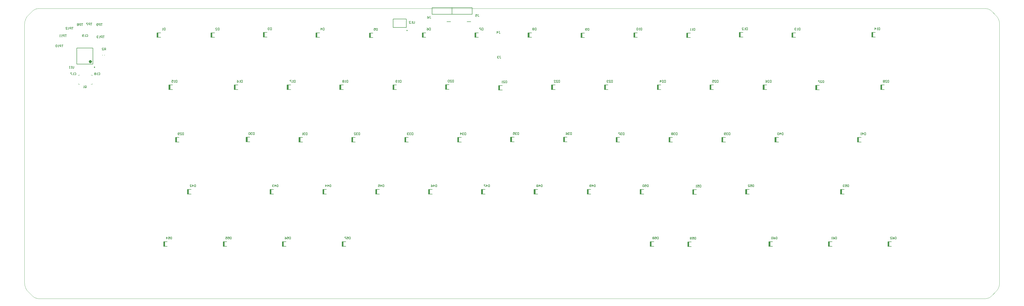
<source format=gbo>
G04 Layer_Color=13097436*
%FSLAX25Y25*%
%MOIN*%
G70*
G01*
G75*
%ADD36C,0.00394*%
%ADD55C,0.02362*%
%ADD56C,0.00984*%
%ADD60C,0.00787*%
%ADD61C,0.00591*%
%ADD63R,0.02165X0.06890*%
D36*
X226244Y822913D02*
X228311Y822913D01*
X226244Y822913D02*
X226244Y823996D01*
X244847Y822913D02*
X246913Y822913D01*
X246913Y823996D01*
X226244Y836496D02*
X228311Y836496D01*
X226244Y835413D02*
X226244Y836496D01*
X246913Y835413D02*
X246913Y836496D01*
X244847Y836496D02*
X246913Y836496D01*
X1597602Y912776D02*
X1597574Y913788D01*
X1597489Y914798D01*
X1597347Y915801D01*
X1597150Y916794D01*
X1596897Y917775D01*
X1596589Y918740D01*
X1596228Y919687D01*
X1595814Y920611D01*
X1595349Y921511D01*
X1594834Y922384D01*
X1594272Y923226D01*
X1593662Y924035D01*
X1593009Y924809D01*
X1592313Y925545D01*
X1586030Y931828D02*
X1585285Y932522D01*
X1584493Y933160D01*
X1583657Y933741D01*
X1582782Y934260D01*
X1581872Y934716D01*
X1580931Y935105D01*
X1579965Y935426D01*
X1578979Y935678D01*
X1577978Y935859D01*
X1576966Y935968D01*
X1575949Y936004D01*
X1592313Y513392D02*
X1593009Y514128D01*
X1593662Y514902D01*
X1594272Y515711D01*
X1594834Y516553D01*
X1595349Y517426D01*
X1595814Y518326D01*
X1596228Y519250D01*
X1596589Y520197D01*
X1596897Y521162D01*
X1597150Y522143D01*
X1597347Y523136D01*
X1597489Y524139D01*
X1597574Y525149D01*
X1597602Y526161D01*
X1575949Y502933D02*
X1576966Y502969D01*
X1577978Y503078D01*
X1578979Y503259D01*
X1579965Y503511D01*
X1580931Y503832D01*
X1581872Y504221D01*
X1582782Y504677D01*
X1583657Y505196D01*
X1584493Y505777D01*
X1585285Y506415D01*
X1586030Y507109D01*
X146028Y526161D02*
X146056Y525149D01*
X146141Y524139D01*
X146283Y523136D01*
X146480Y522143D01*
X146733Y521162D01*
X147041Y520197D01*
X147402Y519250D01*
X147816Y518326D01*
X148281Y517426D01*
X148796Y516553D01*
X149358Y515711D01*
X149968Y514902D01*
X150621Y514128D01*
X151317Y513392D01*
X157600Y507109D02*
X158345Y506415D01*
X159137Y505777D01*
X159973Y505196D01*
X160848Y504677D01*
X161758Y504221D01*
X162699Y503832D01*
X163664Y503511D01*
X164650Y503259D01*
X165652Y503078D01*
X166664Y502969D01*
X167681Y502933D01*
X167681Y936004D02*
X166664Y935968D01*
X165652Y935859D01*
X164650Y935678D01*
X163664Y935426D01*
X162699Y935105D01*
X161758Y934716D01*
X160848Y934260D01*
X159973Y933741D01*
X159137Y933160D01*
X158345Y932522D01*
X157600Y931828D01*
X151317Y925545D02*
X150621Y924809D01*
X149968Y924035D01*
X149358Y923226D01*
X148796Y922384D01*
X148281Y921511D01*
X147816Y920611D01*
X147402Y919687D01*
X147041Y918740D01*
X146733Y917775D01*
X146480Y916794D01*
X146283Y915801D01*
X146141Y914798D01*
X146056Y913788D01*
X146028Y912776D01*
X146028Y526161D02*
X146028Y912776D01*
X167681Y502933D02*
X1575949Y502933D01*
X1597602Y526161D02*
X1597602Y912776D01*
X167681Y936004D02*
X169256Y936004D01*
X1574374Y936004D01*
X1575949Y936004D01*
X1586030Y931828D02*
X1592313Y925545D01*
X1586030Y507109D02*
X1592313Y513392D01*
X151317Y513392D02*
X157600Y507109D01*
X151317Y925545D02*
X157600Y931828D01*
D55*
X245043Y856673D02*
X244599Y857597D01*
X243599Y857825D01*
X242798Y857186D01*
X242798Y856161D01*
X243599Y855522D01*
X244599Y855750D01*
X245043Y856673D01*
D56*
X716028Y903228D02*
X715289Y903654D01*
X715289Y902802D01*
X716028Y903228D01*
X250555Y848405D02*
X249817Y848832D01*
X249817Y847979D01*
X250555Y848405D01*
D60*
X694846Y907658D02*
X694846Y920256D01*
X714532Y907658D02*
X714532Y920256D01*
X694846Y920256D02*
X714532Y920256D01*
X694846Y907658D02*
X714532Y907658D01*
X265319Y866122D02*
X265319Y866516D01*
X262169Y866122D02*
X262169Y866516D01*
X223783Y852736D02*
X223783Y876752D01*
X247799Y852736D02*
X247799Y876752D01*
X223783Y876752D02*
X247799Y876752D01*
X223783Y852736D02*
X247799Y852736D01*
X804721Y916319D02*
X810627Y916319D01*
X782674Y927343D02*
X782674Y937185D01*
X812595Y937185D01*
X812595Y927343D02*
X812595Y937185D01*
X782674Y927343D02*
X812595Y927343D01*
X774768Y916319D02*
X780673Y916319D01*
X752720Y927343D02*
X752720Y937185D01*
X782642Y937185D01*
X782642Y927343D02*
X782642Y937185D01*
X752720Y927343D02*
X782642Y927343D01*
X343272Y892795D02*
X343272Y899685D01*
X348783Y899685D01*
X343272Y892795D02*
X348783Y892795D01*
X423587Y892795D02*
X423587Y899685D01*
X429098Y899685D01*
X423587Y892795D02*
X429098Y892795D01*
X501539Y893189D02*
X501539Y900079D01*
X507051Y900079D01*
X501539Y893189D02*
X507051Y893189D01*
X579886Y892795D02*
X579886Y899685D01*
X585398Y899685D01*
X579886Y892795D02*
X585398Y892795D01*
X659413Y892402D02*
X659413Y899291D01*
X664925Y899291D01*
X659413Y892402D02*
X664925Y892402D01*
X738154Y892795D02*
X738154Y899685D01*
X743665Y899685D01*
X738154Y892795D02*
X743665Y892795D01*
X816500Y892795D02*
X816500Y899685D01*
X822012Y899685D01*
X816500Y892795D02*
X822012Y892795D01*
X895634Y892795D02*
X895634Y899685D01*
X901146Y899685D01*
X895634Y892795D02*
X901146Y892795D01*
X974374Y892402D02*
X974374Y899291D01*
X979886Y899291D01*
X974374Y892402D02*
X979886Y892402D01*
X1053114Y892795D02*
X1053114Y899685D01*
X1058626Y899685D01*
X1053114Y892795D02*
X1058626Y892795D01*
X1131854Y892402D02*
X1131854Y899291D01*
X1137366Y899291D01*
X1131854Y892402D02*
X1137366Y892402D01*
X1210201Y893189D02*
X1210201Y900079D01*
X1215713Y900079D01*
X1210201Y893189D02*
X1215713Y893189D01*
X1288547Y892795D02*
X1288547Y899685D01*
X1294059Y899685D01*
X1288547Y892795D02*
X1294059Y892795D01*
X1407445Y893189D02*
X1407445Y900079D01*
X1412957Y900079D01*
X1407445Y893189D02*
X1412957Y893189D01*
X360988Y814843D02*
X360988Y821732D01*
X366500Y821732D01*
X360988Y814843D02*
X366500Y814843D01*
X458232Y814843D02*
X458232Y821732D01*
X463744Y821732D01*
X458232Y814843D02*
X463744Y814843D01*
X536972Y814843D02*
X536972Y821732D01*
X542484Y821732D01*
X536972Y814843D02*
X542484Y814843D01*
X615319Y814843D02*
X615319Y821732D01*
X620831Y821732D01*
X615319Y814843D02*
X620831Y814843D01*
X694453Y814843D02*
X694453Y821732D01*
X699965Y821732D01*
X694453Y814843D02*
X699965Y814843D01*
X772799Y815236D02*
X772799Y822126D01*
X778311Y822126D01*
X772799Y815236D02*
X778311Y815236D01*
X851933Y814055D02*
X851933Y820945D01*
X857445Y820945D01*
X851933Y814055D02*
X857445Y814055D01*
X930673Y814843D02*
X930673Y821732D01*
X936185Y821732D01*
X930673Y814843D02*
X936185Y814843D01*
X1009413Y814843D02*
X1009413Y821732D01*
X1014925Y821732D01*
X1009413Y814843D02*
X1014925Y814843D01*
X1088153Y814843D02*
X1088153Y821732D01*
X1093665Y821732D01*
X1088153Y814843D02*
X1093665Y814843D01*
X1166500Y814843D02*
X1166500Y821732D01*
X1172012Y821732D01*
X1166500Y814843D02*
X1172012Y814843D01*
X1245634Y814843D02*
X1245634Y821732D01*
X1251146Y821732D01*
X1245634Y814843D02*
X1251146Y814843D01*
X1323980Y814449D02*
X1323980Y821339D01*
X1329492Y821339D01*
X1323980Y814449D02*
X1329492Y814449D01*
X1420831Y814843D02*
X1420831Y821732D01*
X1426342Y821732D01*
X1420831Y814843D02*
X1426342Y814843D01*
X370831Y736496D02*
X370831Y743386D01*
X376343Y743386D01*
X370831Y736496D02*
X376343Y736496D01*
X475949Y736890D02*
X475949Y743780D01*
X481461Y743780D01*
X475949Y736890D02*
X481461Y736890D01*
X554689Y736496D02*
X554689Y743386D01*
X560201Y743386D01*
X554689Y736496D02*
X560201Y736496D01*
X633035Y736496D02*
X633035Y743386D01*
X638547Y743386D01*
X633035Y736496D02*
X638547Y736496D01*
X712169Y736496D02*
X712169Y743386D01*
X717681Y743386D01*
X712169Y736496D02*
X717681Y736496D01*
X790909Y736496D02*
X790909Y743386D01*
X796421Y743386D01*
X790909Y736496D02*
X796421Y736496D01*
X869650Y736890D02*
X869650Y743780D01*
X875161Y743780D01*
X869650Y736890D02*
X875161Y736890D01*
X948390Y736890D02*
X948390Y743780D01*
X953902Y743780D01*
X948390Y736890D02*
X953902Y736890D01*
X1026736Y736496D02*
X1026736Y743386D01*
X1032248Y743386D01*
X1026736Y736496D02*
X1032248Y736496D01*
X1105476Y736496D02*
X1105476Y743386D01*
X1110988Y743386D01*
X1105476Y736496D02*
X1110988Y736496D01*
X1184216Y736496D02*
X1184216Y743386D01*
X1189728Y743386D01*
X1184216Y736496D02*
X1189728Y736496D01*
X1263350Y736496D02*
X1263350Y743386D01*
X1268862Y743386D01*
X1263350Y736496D02*
X1268862Y736496D01*
X1386185Y736496D02*
X1386185Y743386D01*
X1391697Y743386D01*
X1386185Y736496D02*
X1391697Y736496D01*
X388547Y658937D02*
X388547Y665827D01*
X394059Y665827D01*
X388547Y658937D02*
X394059Y658937D01*
X511382Y658937D02*
X511382Y665827D01*
X516894Y665827D01*
X511382Y658937D02*
X516894Y658937D01*
X590122Y658937D02*
X590122Y665827D01*
X595634Y665827D01*
X590122Y658937D02*
X595634Y658937D01*
X668862Y658937D02*
X668862Y665827D01*
X674374Y665827D01*
X668862Y658937D02*
X674374Y658937D01*
X747602Y658937D02*
X747602Y665827D01*
X753114Y665827D01*
X747602Y658937D02*
X753114Y658937D01*
X826342Y658937D02*
X826342Y665827D01*
X831854Y665827D01*
X826342Y658937D02*
X831854Y658937D01*
X904689Y658937D02*
X904689Y665827D01*
X910201Y665827D01*
X904689Y658937D02*
X910201Y658937D01*
X983823Y658937D02*
X983823Y665827D01*
X989335Y665827D01*
X983823Y658937D02*
X989335Y658937D01*
X1062563Y658937D02*
X1062563Y665827D01*
X1068075Y665827D01*
X1062563Y658937D02*
X1068075Y658937D01*
X1140909Y658543D02*
X1140909Y665433D01*
X1146421Y665433D01*
X1140909Y658543D02*
X1146421Y658543D01*
X1219650Y658937D02*
X1219650Y665827D01*
X1225161Y665827D01*
X1219650Y658937D02*
X1225161Y658937D01*
X1360988Y658937D02*
X1360988Y665827D01*
X1366500Y665827D01*
X1360988Y658937D02*
X1366500Y658937D01*
X353114Y580984D02*
X353114Y587874D01*
X358626Y587874D01*
X353114Y580984D02*
X358626Y580984D01*
X441697Y580984D02*
X441697Y587874D01*
X447209Y587874D01*
X441697Y580984D02*
X447209Y580984D01*
X529886Y580984D02*
X529886Y587874D01*
X535398Y587874D01*
X529886Y580984D02*
X535398Y580984D01*
X618862Y580984D02*
X618862Y587874D01*
X624374Y587874D01*
X618862Y580984D02*
X624374Y580984D01*
X1077524Y580984D02*
X1077524Y587874D01*
X1083035Y587874D01*
X1077524Y580984D02*
X1083035Y580984D01*
X1133429Y580590D02*
X1133429Y587480D01*
X1138941Y587480D01*
X1133429Y580590D02*
X1138941Y580590D01*
X1254295Y580984D02*
X1254295Y587874D01*
X1259807Y587874D01*
X1254295Y580984D02*
X1259807Y580984D01*
X1342878Y580984D02*
X1342878Y587874D01*
X1348390Y587874D01*
X1342878Y580984D02*
X1348390Y580984D01*
X1431461Y580984D02*
X1431461Y587874D01*
X1436972Y587874D01*
X1431461Y580984D02*
X1436972Y580984D01*
D61*
X726736Y916712D02*
X726736Y914088D01*
X726211Y913563D01*
X725162Y913563D01*
X724637Y914088D01*
X724637Y916712D01*
X723588Y913563D02*
X722538Y913563D01*
X723063Y913563D01*
X723063Y916712D01*
X723588Y916187D01*
X718865Y913563D02*
X720964Y913563D01*
X718865Y915662D01*
X718865Y916187D01*
X719389Y916712D01*
X720439Y916712D01*
X720964Y916187D01*
X256133Y839415D02*
X256658Y839940D01*
X257708Y839940D01*
X258232Y839415D01*
X258232Y837316D01*
X257708Y836791D01*
X256658Y836791D01*
X256133Y837316D01*
X255084Y836791D02*
X254034Y836791D01*
X254559Y836791D01*
X254559Y839940D01*
X255084Y839415D01*
X252460Y839415D02*
X251935Y839940D01*
X250886Y839940D01*
X250361Y839415D01*
X250361Y838890D01*
X250886Y838366D01*
X250361Y837841D01*
X250361Y837316D01*
X250886Y836791D01*
X251935Y836791D01*
X252460Y837316D01*
X252460Y837841D01*
X251935Y838366D01*
X252460Y838890D01*
X252460Y839415D01*
X251935Y838366D02*
X250886Y838366D01*
X236054Y818025D02*
X236054Y820124D01*
X236579Y820649D01*
X237629Y820649D01*
X238154Y820124D01*
X238154Y818025D01*
X237629Y817500D01*
X236579Y817500D01*
X237104Y818550D02*
X236054Y817500D01*
X236579Y817500D02*
X236054Y818025D01*
X235005Y817500D02*
X233955Y817500D01*
X234480Y817500D01*
X234480Y820649D01*
X235005Y820124D01*
X203508Y881672D02*
X201409Y881672D01*
X202458Y881672D01*
X202458Y878524D01*
X200359Y878524D02*
X200359Y881672D01*
X198785Y881672D01*
X198260Y881147D01*
X198260Y880098D01*
X198785Y879573D01*
X200359Y879573D01*
X197211Y878524D02*
X196161Y878524D01*
X196686Y878524D01*
X196686Y881672D01*
X197211Y881147D01*
X194587Y881147D02*
X194062Y881672D01*
X193013Y881672D01*
X192488Y881147D01*
X192488Y879048D01*
X193013Y878524D01*
X194062Y878524D01*
X194587Y879048D01*
X194587Y881147D01*
X266894Y873799D02*
X266894Y876948D01*
X265319Y876948D01*
X264795Y876423D01*
X264795Y875373D01*
X265319Y874849D01*
X266894Y874849D01*
X265844Y874849D02*
X264795Y873799D01*
X261646Y873799D02*
X263745Y873799D01*
X261646Y875898D01*
X261646Y876423D01*
X262171Y876948D01*
X263220Y876948D01*
X263745Y876423D01*
X219650Y849782D02*
X219650Y847159D01*
X219125Y846634D01*
X218075Y846634D01*
X217550Y847159D01*
X217550Y849782D01*
X216501Y846634D02*
X215452Y846634D01*
X215976Y846634D01*
X215976Y849782D01*
X216501Y849258D01*
X213877Y846634D02*
X212828Y846634D01*
X213352Y846634D01*
X213352Y849782D01*
X213877Y849258D01*
X820700Y926948D02*
X821750Y926948D01*
X821225Y926948D01*
X821225Y924324D01*
X821750Y923799D01*
X822274Y923799D01*
X822799Y924324D01*
X817552Y926948D02*
X819651Y926948D01*
X819651Y925373D01*
X818601Y925898D01*
X818076Y925898D01*
X817552Y925373D01*
X817552Y924324D01*
X818076Y923799D01*
X819126Y923799D01*
X819651Y924324D01*
X749047Y924192D02*
X750096Y924192D01*
X749571Y924192D01*
X749571Y921568D01*
X750096Y921043D01*
X750621Y921043D01*
X751146Y921568D01*
X745898Y924192D02*
X746947Y923667D01*
X747997Y922618D01*
X747997Y921568D01*
X747472Y921043D01*
X746423Y921043D01*
X745898Y921568D01*
X745898Y922093D01*
X746423Y922618D01*
X747997Y922618D01*
X853377Y864743D02*
X854427Y864743D01*
X853902Y864743D01*
X853902Y862119D01*
X854427Y861594D01*
X854952Y861594D01*
X855476Y862119D01*
X852328Y864218D02*
X851803Y864743D01*
X850753Y864743D01*
X850229Y864218D01*
X850229Y863694D01*
X850753Y863169D01*
X851278Y863169D01*
X850753Y863169D01*
X850229Y862644D01*
X850229Y862119D01*
X850753Y861594D01*
X851803Y861594D01*
X852328Y862119D01*
X852196Y901751D02*
X853246Y901751D01*
X852721Y901751D01*
X852721Y899127D01*
X853246Y898602D01*
X853771Y898602D01*
X854295Y899127D01*
X849572Y898602D02*
X849572Y901751D01*
X851147Y900177D01*
X849048Y900177D01*
X264925Y895058D02*
X262826Y895058D01*
X263876Y895058D01*
X263876Y891909D01*
X261777Y891909D02*
X261777Y895058D01*
X260202Y895058D01*
X259678Y894533D01*
X259678Y893484D01*
X260202Y892959D01*
X261777Y892959D01*
X258628Y891909D02*
X257578Y891909D01*
X258103Y891909D01*
X258103Y895058D01*
X258628Y894533D01*
X256004Y894533D02*
X255479Y895058D01*
X254430Y895058D01*
X253905Y894533D01*
X253905Y894009D01*
X254430Y893484D01*
X254955Y893484D01*
X254430Y893484D01*
X253905Y892959D01*
X253905Y892434D01*
X254430Y891909D01*
X255479Y891909D01*
X256004Y892434D01*
X355500Y906749D02*
X355500Y903600D01*
X353926Y903600D01*
X353401Y904125D01*
X353401Y906224D01*
X353926Y906749D01*
X355500Y906749D01*
X352351Y903600D02*
X351302Y903600D01*
X351827Y903600D01*
X351827Y906749D01*
X352351Y906224D01*
X435800Y906749D02*
X435800Y903600D01*
X434226Y903600D01*
X433701Y904125D01*
X433701Y906224D01*
X434226Y906749D01*
X435800Y906749D01*
X430552Y903600D02*
X432651Y903600D01*
X430552Y905699D01*
X430552Y906224D01*
X431077Y906749D01*
X432127Y906749D01*
X432651Y906224D01*
X513700Y907049D02*
X513700Y903900D01*
X512126Y903900D01*
X511601Y904425D01*
X511601Y906524D01*
X512126Y907049D01*
X513700Y907049D01*
X510551Y906524D02*
X510027Y907049D01*
X508977Y907049D01*
X508452Y906524D01*
X508452Y905999D01*
X508977Y905474D01*
X509502Y905474D01*
X508977Y905474D01*
X508452Y904949D01*
X508452Y904425D01*
X508977Y903900D01*
X510027Y903900D01*
X510551Y904425D01*
X592100Y906749D02*
X592100Y903600D01*
X590526Y903600D01*
X590001Y904125D01*
X590001Y906224D01*
X590526Y906749D01*
X592100Y906749D01*
X587377Y903600D02*
X587377Y906749D01*
X588951Y905174D01*
X586852Y905174D01*
X671600Y906349D02*
X671600Y903200D01*
X670026Y903200D01*
X669501Y903725D01*
X669501Y905824D01*
X670026Y906349D01*
X671600Y906349D01*
X666352Y906349D02*
X668451Y906349D01*
X668451Y904774D01*
X667402Y905299D01*
X666877Y905299D01*
X666352Y904774D01*
X666352Y903725D01*
X666877Y903200D01*
X667927Y903200D01*
X668451Y903725D01*
X750400Y906749D02*
X750400Y903600D01*
X748826Y903600D01*
X748301Y904125D01*
X748301Y906224D01*
X748826Y906749D01*
X750400Y906749D01*
X745152Y906749D02*
X746202Y906224D01*
X747251Y905174D01*
X747251Y904125D01*
X746727Y903600D01*
X745677Y903600D01*
X745152Y904125D01*
X745152Y904650D01*
X745677Y905174D01*
X747251Y905174D01*
X828700Y906749D02*
X828700Y903600D01*
X827126Y903600D01*
X826601Y904125D01*
X826601Y906224D01*
X827126Y906749D01*
X828700Y906749D01*
X825551Y906749D02*
X823452Y906749D01*
X823452Y906224D01*
X825551Y904125D01*
X825551Y903600D01*
X907800Y906749D02*
X907800Y903600D01*
X906226Y903600D01*
X905701Y904125D01*
X905701Y906224D01*
X906226Y906749D01*
X907800Y906749D01*
X904651Y906224D02*
X904127Y906749D01*
X903077Y906749D01*
X902552Y906224D01*
X902552Y905699D01*
X903077Y905174D01*
X902552Y904650D01*
X902552Y904125D01*
X903077Y903600D01*
X904127Y903600D01*
X904651Y904125D01*
X904651Y904650D01*
X904127Y905174D01*
X904651Y905699D01*
X904651Y906224D01*
X904127Y905174D02*
X903077Y905174D01*
X986600Y906349D02*
X986600Y903200D01*
X985026Y903200D01*
X984501Y903725D01*
X984501Y905824D01*
X985026Y906349D01*
X986600Y906349D01*
X983451Y903725D02*
X982927Y903200D01*
X981877Y903200D01*
X981352Y903725D01*
X981352Y905824D01*
X981877Y906349D01*
X982927Y906349D01*
X983451Y905824D01*
X983451Y905299D01*
X982927Y904774D01*
X981352Y904774D01*
X1065300Y906749D02*
X1065300Y903600D01*
X1063726Y903600D01*
X1063201Y904125D01*
X1063201Y906224D01*
X1063726Y906749D01*
X1065300Y906749D01*
X1062151Y903600D02*
X1061102Y903600D01*
X1061627Y903600D01*
X1061627Y906749D01*
X1062151Y906224D01*
X1059528Y906224D02*
X1059003Y906749D01*
X1057953Y906749D01*
X1057428Y906224D01*
X1057428Y904125D01*
X1057953Y903600D01*
X1059003Y903600D01*
X1059528Y904125D01*
X1059528Y906224D01*
X1144100Y906349D02*
X1144100Y903200D01*
X1142526Y903200D01*
X1142001Y903725D01*
X1142001Y905824D01*
X1142526Y906349D01*
X1144100Y906349D01*
X1140951Y903200D02*
X1139902Y903200D01*
X1140427Y903200D01*
X1140427Y906349D01*
X1140951Y905824D01*
X1138328Y903200D02*
X1137278Y903200D01*
X1137803Y903200D01*
X1137803Y906349D01*
X1138328Y905824D01*
X1222400Y907049D02*
X1222400Y903900D01*
X1220826Y903900D01*
X1220301Y904425D01*
X1220301Y906524D01*
X1220826Y907049D01*
X1222400Y907049D01*
X1219251Y903900D02*
X1218202Y903900D01*
X1218727Y903900D01*
X1218727Y907049D01*
X1219251Y906524D01*
X1214528Y903900D02*
X1216628Y903900D01*
X1214528Y905999D01*
X1214528Y906524D01*
X1215053Y907049D01*
X1216103Y907049D01*
X1216628Y906524D01*
X1300800Y906749D02*
X1300800Y903600D01*
X1299226Y903600D01*
X1298701Y904125D01*
X1298701Y906224D01*
X1299226Y906749D01*
X1300800Y906749D01*
X1297651Y903600D02*
X1296602Y903600D01*
X1297127Y903600D01*
X1297127Y906749D01*
X1297651Y906224D01*
X1295028Y906224D02*
X1294503Y906749D01*
X1293453Y906749D01*
X1292929Y906224D01*
X1292929Y905699D01*
X1293453Y905174D01*
X1293978Y905174D01*
X1293453Y905174D01*
X1292929Y904650D01*
X1292929Y904125D01*
X1293453Y903600D01*
X1294503Y903600D01*
X1295028Y904125D01*
X1419600Y907049D02*
X1419600Y903900D01*
X1418026Y903900D01*
X1417501Y904425D01*
X1417501Y906524D01*
X1418026Y907049D01*
X1419600Y907049D01*
X1416451Y903900D02*
X1415402Y903900D01*
X1415927Y903900D01*
X1415927Y907049D01*
X1416451Y906524D01*
X1412253Y903900D02*
X1412253Y907049D01*
X1413828Y905474D01*
X1411728Y905474D01*
X373200Y828749D02*
X373200Y825600D01*
X371626Y825600D01*
X371101Y826125D01*
X371101Y828224D01*
X371626Y828749D01*
X373200Y828749D01*
X370051Y825600D02*
X369002Y825600D01*
X369527Y825600D01*
X369527Y828749D01*
X370051Y828224D01*
X365329Y828749D02*
X367428Y828749D01*
X367428Y827174D01*
X366378Y827699D01*
X365853Y827699D01*
X365329Y827174D01*
X365329Y826125D01*
X365853Y825600D01*
X366903Y825600D01*
X367428Y826125D01*
X470400Y828749D02*
X470400Y825600D01*
X468826Y825600D01*
X468301Y826125D01*
X468301Y828224D01*
X468826Y828749D01*
X470400Y828749D01*
X467251Y825600D02*
X466202Y825600D01*
X466727Y825600D01*
X466727Y828749D01*
X467251Y828224D01*
X462529Y828749D02*
X463578Y828224D01*
X464628Y827174D01*
X464628Y826125D01*
X464103Y825600D01*
X463053Y825600D01*
X462529Y826125D01*
X462529Y826649D01*
X463053Y827174D01*
X464628Y827174D01*
X549200Y828749D02*
X549200Y825600D01*
X547626Y825600D01*
X547101Y826125D01*
X547101Y828224D01*
X547626Y828749D01*
X549200Y828749D01*
X546051Y825600D02*
X545002Y825600D01*
X545527Y825600D01*
X545527Y828749D01*
X546051Y828224D01*
X543428Y828749D02*
X541328Y828749D01*
X541328Y828224D01*
X543428Y826125D01*
X543428Y825600D01*
X627500Y828749D02*
X627500Y825600D01*
X625926Y825600D01*
X625401Y826125D01*
X625401Y828224D01*
X625926Y828749D01*
X627500Y828749D01*
X624351Y825600D02*
X623302Y825600D01*
X623827Y825600D01*
X623827Y828749D01*
X624351Y828224D01*
X621728Y828224D02*
X621203Y828749D01*
X620153Y828749D01*
X619628Y828224D01*
X619628Y827699D01*
X620153Y827174D01*
X619628Y826649D01*
X619628Y826125D01*
X620153Y825600D01*
X621203Y825600D01*
X621728Y826125D01*
X621728Y826649D01*
X621203Y827174D01*
X621728Y827699D01*
X621728Y828224D01*
X621203Y827174D02*
X620153Y827174D01*
X706700Y828749D02*
X706700Y825600D01*
X705126Y825600D01*
X704601Y826125D01*
X704601Y828224D01*
X705126Y828749D01*
X706700Y828749D01*
X703551Y825600D02*
X702502Y825600D01*
X703027Y825600D01*
X703027Y828749D01*
X703551Y828224D01*
X700928Y826125D02*
X700403Y825600D01*
X699353Y825600D01*
X698829Y826125D01*
X698829Y828224D01*
X699353Y828749D01*
X700403Y828749D01*
X700928Y828224D01*
X700928Y827699D01*
X700403Y827174D01*
X698829Y827174D01*
X785000Y829149D02*
X785000Y826000D01*
X783426Y826000D01*
X782901Y826525D01*
X782901Y828624D01*
X783426Y829149D01*
X785000Y829149D01*
X779752Y826000D02*
X781851Y826000D01*
X779752Y828099D01*
X779752Y828624D01*
X780277Y829149D01*
X781327Y829149D01*
X781851Y828624D01*
X778703Y828624D02*
X778178Y829149D01*
X777129Y829149D01*
X776604Y828624D01*
X776604Y826525D01*
X777129Y826000D01*
X778178Y826000D01*
X778703Y826525D01*
X778703Y828624D01*
X864100Y827949D02*
X864100Y824800D01*
X862526Y824800D01*
X862001Y825325D01*
X862001Y827424D01*
X862526Y827949D01*
X864100Y827949D01*
X858852Y824800D02*
X860951Y824800D01*
X858852Y826899D01*
X858852Y827424D01*
X859377Y827949D01*
X860427Y827949D01*
X860951Y827424D01*
X857803Y824800D02*
X856753Y824800D01*
X857278Y824800D01*
X857278Y827949D01*
X857803Y827424D01*
X942900Y828749D02*
X942900Y825600D01*
X941326Y825600D01*
X940801Y826125D01*
X940801Y828224D01*
X941326Y828749D01*
X942900Y828749D01*
X937652Y825600D02*
X939751Y825600D01*
X937652Y827699D01*
X937652Y828224D01*
X938177Y828749D01*
X939227Y828749D01*
X939751Y828224D01*
X934504Y825600D02*
X936603Y825600D01*
X934504Y827699D01*
X934504Y828224D01*
X935028Y828749D01*
X936078Y828749D01*
X936603Y828224D01*
X1021600Y828749D02*
X1021600Y825600D01*
X1020026Y825600D01*
X1019501Y826125D01*
X1019501Y828224D01*
X1020026Y828749D01*
X1021600Y828749D01*
X1016352Y825600D02*
X1018451Y825600D01*
X1016352Y827699D01*
X1016352Y828224D01*
X1016877Y828749D01*
X1017927Y828749D01*
X1018451Y828224D01*
X1015303Y828224D02*
X1014778Y828749D01*
X1013729Y828749D01*
X1013204Y828224D01*
X1013204Y827699D01*
X1013729Y827174D01*
X1014253Y827174D01*
X1013729Y827174D01*
X1013204Y826649D01*
X1013204Y826125D01*
X1013729Y825600D01*
X1014778Y825600D01*
X1015303Y826125D01*
X1100400Y828749D02*
X1100400Y825600D01*
X1098826Y825600D01*
X1098301Y826125D01*
X1098301Y828224D01*
X1098826Y828749D01*
X1100400Y828749D01*
X1095152Y825600D02*
X1097251Y825600D01*
X1095152Y827699D01*
X1095152Y828224D01*
X1095677Y828749D01*
X1096727Y828749D01*
X1097251Y828224D01*
X1092529Y825600D02*
X1092529Y828749D01*
X1094103Y827174D01*
X1092004Y827174D01*
X1178700Y828749D02*
X1178700Y825600D01*
X1177126Y825600D01*
X1176601Y826125D01*
X1176601Y828224D01*
X1177126Y828749D01*
X1178700Y828749D01*
X1173452Y825600D02*
X1175551Y825600D01*
X1173452Y827699D01*
X1173452Y828224D01*
X1173977Y828749D01*
X1175027Y828749D01*
X1175551Y828224D01*
X1170304Y828749D02*
X1172403Y828749D01*
X1172403Y827174D01*
X1171353Y827699D01*
X1170829Y827699D01*
X1170304Y827174D01*
X1170304Y826125D01*
X1170829Y825600D01*
X1171878Y825600D01*
X1172403Y826125D01*
X1257800Y828749D02*
X1257800Y825600D01*
X1256226Y825600D01*
X1255701Y826125D01*
X1255701Y828224D01*
X1256226Y828749D01*
X1257800Y828749D01*
X1252552Y825600D02*
X1254651Y825600D01*
X1252552Y827699D01*
X1252552Y828224D01*
X1253077Y828749D01*
X1254127Y828749D01*
X1254651Y828224D01*
X1249404Y828749D02*
X1250453Y828224D01*
X1251503Y827174D01*
X1251503Y826125D01*
X1250978Y825600D01*
X1249928Y825600D01*
X1249404Y826125D01*
X1249404Y826649D01*
X1249928Y827174D01*
X1251503Y827174D01*
X1336200Y828349D02*
X1336200Y825200D01*
X1334626Y825200D01*
X1334101Y825725D01*
X1334101Y827824D01*
X1334626Y828349D01*
X1336200Y828349D01*
X1330952Y825200D02*
X1333051Y825200D01*
X1330952Y827299D01*
X1330952Y827824D01*
X1331477Y828349D01*
X1332527Y828349D01*
X1333051Y827824D01*
X1329903Y828349D02*
X1327804Y828349D01*
X1327804Y827824D01*
X1329903Y825725D01*
X1329903Y825200D01*
X1433000Y828749D02*
X1433000Y825600D01*
X1431426Y825600D01*
X1430901Y826125D01*
X1430901Y828224D01*
X1431426Y828749D01*
X1433000Y828749D01*
X1427752Y825600D02*
X1429851Y825600D01*
X1427752Y827699D01*
X1427752Y828224D01*
X1428277Y828749D01*
X1429327Y828749D01*
X1429851Y828224D01*
X1426703Y828224D02*
X1426178Y828749D01*
X1425128Y828749D01*
X1424604Y828224D01*
X1424604Y827699D01*
X1425128Y827174D01*
X1424604Y826649D01*
X1424604Y826125D01*
X1425128Y825600D01*
X1426178Y825600D01*
X1426703Y826125D01*
X1426703Y826649D01*
X1426178Y827174D01*
X1426703Y827699D01*
X1426703Y828224D01*
X1426178Y827174D02*
X1425128Y827174D01*
X383000Y750449D02*
X383000Y747300D01*
X381426Y747300D01*
X380901Y747825D01*
X380901Y749924D01*
X381426Y750449D01*
X383000Y750449D01*
X377752Y747300D02*
X379851Y747300D01*
X377752Y749399D01*
X377752Y749924D01*
X378277Y750449D01*
X379327Y750449D01*
X379851Y749924D01*
X376703Y747825D02*
X376178Y747300D01*
X375129Y747300D01*
X374604Y747825D01*
X374604Y749924D01*
X375129Y750449D01*
X376178Y750449D01*
X376703Y749924D01*
X376703Y749399D01*
X376178Y748874D01*
X374604Y748874D01*
X488200Y750749D02*
X488200Y747600D01*
X486626Y747600D01*
X486101Y748125D01*
X486101Y750224D01*
X486626Y750749D01*
X488200Y750749D01*
X485051Y750224D02*
X484527Y750749D01*
X483477Y750749D01*
X482952Y750224D01*
X482952Y749699D01*
X483477Y749174D01*
X484002Y749174D01*
X483477Y749174D01*
X482952Y748650D01*
X482952Y748125D01*
X483477Y747600D01*
X484527Y747600D01*
X485051Y748125D01*
X481903Y750224D02*
X481378Y750749D01*
X480329Y750749D01*
X479804Y750224D01*
X479804Y748125D01*
X480329Y747600D01*
X481378Y747600D01*
X481903Y748125D01*
X481903Y750224D01*
X566900Y750449D02*
X566900Y747300D01*
X565326Y747300D01*
X564801Y747825D01*
X564801Y749924D01*
X565326Y750449D01*
X566900Y750449D01*
X563751Y749924D02*
X563227Y750449D01*
X562177Y750449D01*
X561652Y749924D01*
X561652Y749399D01*
X562177Y748874D01*
X562702Y748874D01*
X562177Y748874D01*
X561652Y748350D01*
X561652Y747825D01*
X562177Y747300D01*
X563227Y747300D01*
X563751Y747825D01*
X560603Y747300D02*
X559553Y747300D01*
X560078Y747300D01*
X560078Y750449D01*
X560603Y749924D01*
X645200Y750449D02*
X645200Y747300D01*
X643626Y747300D01*
X643101Y747825D01*
X643101Y749924D01*
X643626Y750449D01*
X645200Y750449D01*
X642051Y749924D02*
X641527Y750449D01*
X640477Y750449D01*
X639952Y749924D01*
X639952Y749399D01*
X640477Y748874D01*
X641002Y748874D01*
X640477Y748874D01*
X639952Y748350D01*
X639952Y747825D01*
X640477Y747300D01*
X641527Y747300D01*
X642051Y747825D01*
X636804Y747300D02*
X638903Y747300D01*
X636804Y749399D01*
X636804Y749924D01*
X637328Y750449D01*
X638378Y750449D01*
X638903Y749924D01*
X724400Y750449D02*
X724400Y747300D01*
X722826Y747300D01*
X722301Y747825D01*
X722301Y749924D01*
X722826Y750449D01*
X724400Y750449D01*
X721251Y749924D02*
X720727Y750449D01*
X719677Y750449D01*
X719152Y749924D01*
X719152Y749399D01*
X719677Y748874D01*
X720202Y748874D01*
X719677Y748874D01*
X719152Y748350D01*
X719152Y747825D01*
X719677Y747300D01*
X720727Y747300D01*
X721251Y747825D01*
X718103Y749924D02*
X717578Y750449D01*
X716529Y750449D01*
X716004Y749924D01*
X716004Y749399D01*
X716529Y748874D01*
X717053Y748874D01*
X716529Y748874D01*
X716004Y748350D01*
X716004Y747825D01*
X716529Y747300D01*
X717578Y747300D01*
X718103Y747825D01*
X803100Y750449D02*
X803100Y747300D01*
X801526Y747300D01*
X801001Y747825D01*
X801001Y749924D01*
X801526Y750449D01*
X803100Y750449D01*
X799951Y749924D02*
X799427Y750449D01*
X798377Y750449D01*
X797852Y749924D01*
X797852Y749399D01*
X798377Y748874D01*
X798902Y748874D01*
X798377Y748874D01*
X797852Y748350D01*
X797852Y747825D01*
X798377Y747300D01*
X799427Y747300D01*
X799951Y747825D01*
X795228Y747300D02*
X795228Y750449D01*
X796803Y748874D01*
X794704Y748874D01*
X881900Y750749D02*
X881900Y747600D01*
X880326Y747600D01*
X879801Y748125D01*
X879801Y750224D01*
X880326Y750749D01*
X881900Y750749D01*
X878751Y750224D02*
X878227Y750749D01*
X877177Y750749D01*
X876652Y750224D01*
X876652Y749699D01*
X877177Y749174D01*
X877702Y749174D01*
X877177Y749174D01*
X876652Y748650D01*
X876652Y748125D01*
X877177Y747600D01*
X878227Y747600D01*
X878751Y748125D01*
X873504Y750749D02*
X875603Y750749D01*
X875603Y749174D01*
X874553Y749699D01*
X874028Y749699D01*
X873504Y749174D01*
X873504Y748125D01*
X874028Y747600D01*
X875078Y747600D01*
X875603Y748125D01*
X960600Y750749D02*
X960600Y747600D01*
X959026Y747600D01*
X958501Y748125D01*
X958501Y750224D01*
X959026Y750749D01*
X960600Y750749D01*
X957451Y750224D02*
X956927Y750749D01*
X955877Y750749D01*
X955352Y750224D01*
X955352Y749699D01*
X955877Y749174D01*
X956402Y749174D01*
X955877Y749174D01*
X955352Y748650D01*
X955352Y748125D01*
X955877Y747600D01*
X956927Y747600D01*
X957451Y748125D01*
X952204Y750749D02*
X953253Y750224D01*
X954303Y749174D01*
X954303Y748125D01*
X953778Y747600D01*
X952728Y747600D01*
X952204Y748125D01*
X952204Y748650D01*
X952728Y749174D01*
X954303Y749174D01*
X1038900Y750449D02*
X1038900Y747300D01*
X1037326Y747300D01*
X1036801Y747825D01*
X1036801Y749924D01*
X1037326Y750449D01*
X1038900Y750449D01*
X1035751Y749924D02*
X1035227Y750449D01*
X1034177Y750449D01*
X1033652Y749924D01*
X1033652Y749399D01*
X1034177Y748874D01*
X1034702Y748874D01*
X1034177Y748874D01*
X1033652Y748350D01*
X1033652Y747825D01*
X1034177Y747300D01*
X1035227Y747300D01*
X1035751Y747825D01*
X1032603Y750449D02*
X1030504Y750449D01*
X1030504Y749924D01*
X1032603Y747825D01*
X1032603Y747300D01*
X1117700Y750449D02*
X1117700Y747300D01*
X1116126Y747300D01*
X1115601Y747825D01*
X1115601Y749924D01*
X1116126Y750449D01*
X1117700Y750449D01*
X1114551Y749924D02*
X1114027Y750449D01*
X1112977Y750449D01*
X1112452Y749924D01*
X1112452Y749399D01*
X1112977Y748874D01*
X1113502Y748874D01*
X1112977Y748874D01*
X1112452Y748350D01*
X1112452Y747825D01*
X1112977Y747300D01*
X1114027Y747300D01*
X1114551Y747825D01*
X1111403Y749924D02*
X1110878Y750449D01*
X1109828Y750449D01*
X1109304Y749924D01*
X1109304Y749399D01*
X1109828Y748874D01*
X1109304Y748350D01*
X1109304Y747825D01*
X1109828Y747300D01*
X1110878Y747300D01*
X1111403Y747825D01*
X1111403Y748350D01*
X1110878Y748874D01*
X1111403Y749399D01*
X1111403Y749924D01*
X1110878Y748874D02*
X1109828Y748874D01*
X1196400Y750449D02*
X1196400Y747300D01*
X1194826Y747300D01*
X1194301Y747825D01*
X1194301Y749924D01*
X1194826Y750449D01*
X1196400Y750449D01*
X1193251Y749924D02*
X1192727Y750449D01*
X1191677Y750449D01*
X1191152Y749924D01*
X1191152Y749399D01*
X1191677Y748874D01*
X1192202Y748874D01*
X1191677Y748874D01*
X1191152Y748350D01*
X1191152Y747825D01*
X1191677Y747300D01*
X1192727Y747300D01*
X1193251Y747825D01*
X1190103Y747825D02*
X1189578Y747300D01*
X1188529Y747300D01*
X1188004Y747825D01*
X1188004Y749924D01*
X1188529Y750449D01*
X1189578Y750449D01*
X1190103Y749924D01*
X1190103Y749399D01*
X1189578Y748874D01*
X1188004Y748874D01*
X1275600Y750449D02*
X1275600Y747300D01*
X1274026Y747300D01*
X1273501Y747825D01*
X1273501Y749924D01*
X1274026Y750449D01*
X1275600Y750449D01*
X1270877Y747300D02*
X1270877Y750449D01*
X1272451Y748874D01*
X1270352Y748874D01*
X1269303Y749924D02*
X1268778Y750449D01*
X1267729Y750449D01*
X1267204Y749924D01*
X1267204Y747825D01*
X1267729Y747300D01*
X1268778Y747300D01*
X1269303Y747825D01*
X1269303Y749924D01*
X1398400Y750449D02*
X1398400Y747300D01*
X1396826Y747300D01*
X1396301Y747825D01*
X1396301Y749924D01*
X1396826Y750449D01*
X1398400Y750449D01*
X1393677Y747300D02*
X1393677Y750449D01*
X1395251Y748874D01*
X1393152Y748874D01*
X1392103Y747300D02*
X1391053Y747300D01*
X1391578Y747300D01*
X1391578Y750449D01*
X1392103Y749924D01*
X400800Y672849D02*
X400800Y669700D01*
X399226Y669700D01*
X398701Y670225D01*
X398701Y672324D01*
X399226Y672849D01*
X400800Y672849D01*
X396077Y669700D02*
X396077Y672849D01*
X397651Y671274D01*
X395552Y671274D01*
X392404Y669700D02*
X394503Y669700D01*
X392404Y671799D01*
X392404Y672324D01*
X392929Y672849D01*
X393978Y672849D01*
X394503Y672324D01*
X523600Y672849D02*
X523600Y669700D01*
X522026Y669700D01*
X521501Y670225D01*
X521501Y672324D01*
X522026Y672849D01*
X523600Y672849D01*
X518877Y669700D02*
X518877Y672849D01*
X520451Y671274D01*
X518352Y671274D01*
X517303Y672324D02*
X516778Y672849D01*
X515729Y672849D01*
X515204Y672324D01*
X515204Y671799D01*
X515729Y671274D01*
X516253Y671274D01*
X515729Y671274D01*
X515204Y670750D01*
X515204Y670225D01*
X515729Y669700D01*
X516778Y669700D01*
X517303Y670225D01*
X602300Y672849D02*
X602300Y669700D01*
X600726Y669700D01*
X600201Y670225D01*
X600201Y672324D01*
X600726Y672849D01*
X602300Y672849D01*
X597577Y669700D02*
X597577Y672849D01*
X599151Y671274D01*
X597052Y671274D01*
X594428Y669700D02*
X594428Y672849D01*
X596003Y671274D01*
X593904Y671274D01*
X681100Y672849D02*
X681100Y669700D01*
X679526Y669700D01*
X679001Y670225D01*
X679001Y672324D01*
X679526Y672849D01*
X681100Y672849D01*
X676377Y669700D02*
X676377Y672849D01*
X677951Y671274D01*
X675852Y671274D01*
X672704Y672849D02*
X674803Y672849D01*
X674803Y671274D01*
X673753Y671799D01*
X673229Y671799D01*
X672704Y671274D01*
X672704Y670225D01*
X673229Y669700D01*
X674278Y669700D01*
X674803Y670225D01*
X759800Y672849D02*
X759800Y669700D01*
X758226Y669700D01*
X757701Y670225D01*
X757701Y672324D01*
X758226Y672849D01*
X759800Y672849D01*
X755077Y669700D02*
X755077Y672849D01*
X756651Y671274D01*
X754552Y671274D01*
X751404Y672849D02*
X752453Y672324D01*
X753503Y671274D01*
X753503Y670225D01*
X752978Y669700D01*
X751929Y669700D01*
X751404Y670225D01*
X751404Y670750D01*
X751929Y671274D01*
X753503Y671274D01*
X838500Y672849D02*
X838500Y669700D01*
X836926Y669700D01*
X836401Y670225D01*
X836401Y672324D01*
X836926Y672849D01*
X838500Y672849D01*
X833777Y669700D02*
X833777Y672849D01*
X835351Y671274D01*
X833252Y671274D01*
X832203Y672849D02*
X830104Y672849D01*
X830104Y672324D01*
X832203Y670225D01*
X832203Y669700D01*
X916900Y672849D02*
X916900Y669700D01*
X915326Y669700D01*
X914801Y670225D01*
X914801Y672324D01*
X915326Y672849D01*
X916900Y672849D01*
X912177Y669700D02*
X912177Y672849D01*
X913751Y671274D01*
X911652Y671274D01*
X910603Y672324D02*
X910078Y672849D01*
X909029Y672849D01*
X908504Y672324D01*
X908504Y671799D01*
X909029Y671274D01*
X908504Y670750D01*
X908504Y670225D01*
X909029Y669700D01*
X910078Y669700D01*
X910603Y670225D01*
X910603Y670750D01*
X910078Y671274D01*
X910603Y671799D01*
X910603Y672324D01*
X910078Y671274D02*
X909029Y671274D01*
X996000Y672849D02*
X996000Y669700D01*
X994426Y669700D01*
X993901Y670225D01*
X993901Y672324D01*
X994426Y672849D01*
X996000Y672849D01*
X991277Y669700D02*
X991277Y672849D01*
X992851Y671274D01*
X990752Y671274D01*
X989703Y670225D02*
X989178Y669700D01*
X988128Y669700D01*
X987604Y670225D01*
X987604Y672324D01*
X988128Y672849D01*
X989178Y672849D01*
X989703Y672324D01*
X989703Y671799D01*
X989178Y671274D01*
X987604Y671274D01*
X1074800Y672849D02*
X1074800Y669700D01*
X1073226Y669700D01*
X1072701Y670225D01*
X1072701Y672324D01*
X1073226Y672849D01*
X1074800Y672849D01*
X1069552Y672849D02*
X1071651Y672849D01*
X1071651Y671274D01*
X1070602Y671799D01*
X1070077Y671799D01*
X1069552Y671274D01*
X1069552Y670225D01*
X1070077Y669700D01*
X1071127Y669700D01*
X1071651Y670225D01*
X1068503Y672324D02*
X1067978Y672849D01*
X1066928Y672849D01*
X1066404Y672324D01*
X1066404Y670225D01*
X1066928Y669700D01*
X1067978Y669700D01*
X1068503Y670225D01*
X1068503Y672324D01*
X1153100Y672449D02*
X1153100Y669300D01*
X1151526Y669300D01*
X1151001Y669825D01*
X1151001Y671924D01*
X1151526Y672449D01*
X1153100Y672449D01*
X1147852Y672449D02*
X1149951Y672449D01*
X1149951Y670874D01*
X1148902Y671399D01*
X1148377Y671399D01*
X1147852Y670874D01*
X1147852Y669825D01*
X1148377Y669300D01*
X1149427Y669300D01*
X1149951Y669825D01*
X1146803Y669300D02*
X1145753Y669300D01*
X1146278Y669300D01*
X1146278Y672449D01*
X1146803Y671924D01*
X1231900Y672849D02*
X1231900Y669700D01*
X1230326Y669700D01*
X1229801Y670225D01*
X1229801Y672324D01*
X1230326Y672849D01*
X1231900Y672849D01*
X1226652Y672849D02*
X1228751Y672849D01*
X1228751Y671274D01*
X1227702Y671799D01*
X1227177Y671799D01*
X1226652Y671274D01*
X1226652Y670225D01*
X1227177Y669700D01*
X1228227Y669700D01*
X1228751Y670225D01*
X1223504Y669700D02*
X1225603Y669700D01*
X1223504Y671799D01*
X1223504Y672324D01*
X1224028Y672849D01*
X1225078Y672849D01*
X1225603Y672324D01*
X1373200Y672849D02*
X1373200Y669700D01*
X1371626Y669700D01*
X1371101Y670225D01*
X1371101Y672324D01*
X1371626Y672849D01*
X1373200Y672849D01*
X1367952Y672849D02*
X1370051Y672849D01*
X1370051Y671274D01*
X1369002Y671799D01*
X1368477Y671799D01*
X1367952Y671274D01*
X1367952Y670225D01*
X1368477Y669700D01*
X1369527Y669700D01*
X1370051Y670225D01*
X1366903Y672324D02*
X1366378Y672849D01*
X1365329Y672849D01*
X1364804Y672324D01*
X1364804Y671799D01*
X1365329Y671274D01*
X1365853Y671274D01*
X1365329Y671274D01*
X1364804Y670750D01*
X1364804Y670225D01*
X1365329Y669700D01*
X1366378Y669700D01*
X1366903Y670225D01*
X365300Y594849D02*
X365300Y591700D01*
X363726Y591700D01*
X363201Y592225D01*
X363201Y594324D01*
X363726Y594849D01*
X365300Y594849D01*
X360052Y594849D02*
X362151Y594849D01*
X362151Y593274D01*
X361102Y593799D01*
X360577Y593799D01*
X360052Y593274D01*
X360052Y592225D01*
X360577Y591700D01*
X361627Y591700D01*
X362151Y592225D01*
X357429Y591700D02*
X357429Y594849D01*
X359003Y593274D01*
X356904Y593274D01*
X453900Y594849D02*
X453900Y591700D01*
X452326Y591700D01*
X451801Y592225D01*
X451801Y594324D01*
X452326Y594849D01*
X453900Y594849D01*
X448652Y594849D02*
X450751Y594849D01*
X450751Y593274D01*
X449702Y593799D01*
X449177Y593799D01*
X448652Y593274D01*
X448652Y592225D01*
X449177Y591700D01*
X450227Y591700D01*
X450751Y592225D01*
X445504Y594849D02*
X447603Y594849D01*
X447603Y593274D01*
X446553Y593799D01*
X446029Y593799D01*
X445504Y593274D01*
X445504Y592225D01*
X446029Y591700D01*
X447078Y591700D01*
X447603Y592225D01*
X542100Y594849D02*
X542100Y591700D01*
X540526Y591700D01*
X540001Y592225D01*
X540001Y594324D01*
X540526Y594849D01*
X542100Y594849D01*
X536852Y594849D02*
X538951Y594849D01*
X538951Y593274D01*
X537902Y593799D01*
X537377Y593799D01*
X536852Y593274D01*
X536852Y592225D01*
X537377Y591700D01*
X538427Y591700D01*
X538951Y592225D01*
X533704Y594849D02*
X534753Y594324D01*
X535803Y593274D01*
X535803Y592225D01*
X535278Y591700D01*
X534229Y591700D01*
X533704Y592225D01*
X533704Y592750D01*
X534229Y593274D01*
X535803Y593274D01*
X631100Y594849D02*
X631100Y591700D01*
X629526Y591700D01*
X629001Y592225D01*
X629001Y594324D01*
X629526Y594849D01*
X631100Y594849D01*
X625852Y594849D02*
X627951Y594849D01*
X627951Y593274D01*
X626902Y593799D01*
X626377Y593799D01*
X625852Y593274D01*
X625852Y592225D01*
X626377Y591700D01*
X627427Y591700D01*
X627951Y592225D01*
X624803Y594849D02*
X622704Y594849D01*
X622704Y594324D01*
X624803Y592225D01*
X624803Y591700D01*
X1089700Y594849D02*
X1089700Y591700D01*
X1088126Y591700D01*
X1087601Y592225D01*
X1087601Y594324D01*
X1088126Y594849D01*
X1089700Y594849D01*
X1084452Y594849D02*
X1086551Y594849D01*
X1086551Y593274D01*
X1085502Y593799D01*
X1084977Y593799D01*
X1084452Y593274D01*
X1084452Y592225D01*
X1084977Y591700D01*
X1086027Y591700D01*
X1086551Y592225D01*
X1083403Y594324D02*
X1082878Y594849D01*
X1081828Y594849D01*
X1081304Y594324D01*
X1081304Y593799D01*
X1081828Y593274D01*
X1081304Y592750D01*
X1081304Y592225D01*
X1081828Y591700D01*
X1082878Y591700D01*
X1083403Y592225D01*
X1083403Y592750D01*
X1082878Y593274D01*
X1083403Y593799D01*
X1083403Y594324D01*
X1082878Y593274D02*
X1081828Y593274D01*
X1145600Y594549D02*
X1145600Y591400D01*
X1144026Y591400D01*
X1143501Y591925D01*
X1143501Y594024D01*
X1144026Y594549D01*
X1145600Y594549D01*
X1140352Y594549D02*
X1142451Y594549D01*
X1142451Y592974D01*
X1141402Y593499D01*
X1140877Y593499D01*
X1140352Y592974D01*
X1140352Y591925D01*
X1140877Y591400D01*
X1141927Y591400D01*
X1142451Y591925D01*
X1139303Y591925D02*
X1138778Y591400D01*
X1137729Y591400D01*
X1137204Y591925D01*
X1137204Y594024D01*
X1137729Y594549D01*
X1138778Y594549D01*
X1139303Y594024D01*
X1139303Y593499D01*
X1138778Y592974D01*
X1137204Y592974D01*
X1266500Y594849D02*
X1266500Y591700D01*
X1264926Y591700D01*
X1264401Y592225D01*
X1264401Y594324D01*
X1264926Y594849D01*
X1266500Y594849D01*
X1261252Y594849D02*
X1262302Y594324D01*
X1263351Y593274D01*
X1263351Y592225D01*
X1262827Y591700D01*
X1261777Y591700D01*
X1261252Y592225D01*
X1261252Y592750D01*
X1261777Y593274D01*
X1263351Y593274D01*
X1260203Y594324D02*
X1259678Y594849D01*
X1258628Y594849D01*
X1258104Y594324D01*
X1258104Y592225D01*
X1258628Y591700D01*
X1259678Y591700D01*
X1260203Y592225D01*
X1260203Y594324D01*
X1355100Y594849D02*
X1355100Y591700D01*
X1353526Y591700D01*
X1353001Y592225D01*
X1353001Y594324D01*
X1353526Y594849D01*
X1355100Y594849D01*
X1349852Y594849D02*
X1350902Y594324D01*
X1351951Y593274D01*
X1351951Y592225D01*
X1351427Y591700D01*
X1350377Y591700D01*
X1349852Y592225D01*
X1349852Y592750D01*
X1350377Y593274D01*
X1351951Y593274D01*
X1348803Y591700D02*
X1347753Y591700D01*
X1348278Y591700D01*
X1348278Y594849D01*
X1348803Y594324D01*
X1443700Y594849D02*
X1443700Y591700D01*
X1442126Y591700D01*
X1441601Y592225D01*
X1441601Y594324D01*
X1442126Y594849D01*
X1443700Y594849D01*
X1438452Y594849D02*
X1439502Y594324D01*
X1440551Y593274D01*
X1440551Y592225D01*
X1440027Y591700D01*
X1438977Y591700D01*
X1438452Y592225D01*
X1438452Y592750D01*
X1438977Y593274D01*
X1440551Y593274D01*
X1435304Y591700D02*
X1437403Y591700D01*
X1435304Y593799D01*
X1435304Y594324D01*
X1435828Y594849D01*
X1436878Y594849D01*
X1437403Y594324D01*
X220306Y839415D02*
X220831Y839940D01*
X221881Y839940D01*
X222406Y839415D01*
X222406Y837316D01*
X221881Y836791D01*
X220831Y836791D01*
X220306Y837316D01*
X219257Y836791D02*
X218207Y836791D01*
X218732Y836791D01*
X218732Y839940D01*
X219257Y839415D01*
X216633Y839940D02*
X214534Y839940D01*
X214534Y839415D01*
X216633Y837316D01*
X216633Y836791D01*
X238023Y896502D02*
X238548Y897027D01*
X239597Y897027D01*
X240122Y896502D01*
X240122Y894403D01*
X239597Y893878D01*
X238548Y893878D01*
X238023Y894403D01*
X236974Y893878D02*
X235924Y893878D01*
X236449Y893878D01*
X236449Y897027D01*
X236974Y896502D01*
X234350Y894403D02*
X233825Y893878D01*
X232775Y893878D01*
X232251Y894403D01*
X232251Y896502D01*
X232775Y897027D01*
X233825Y897027D01*
X234350Y896502D01*
X234350Y895977D01*
X233825Y895452D01*
X232251Y895452D01*
X246599Y914163D02*
X244500Y914163D01*
X245550Y914163D01*
X245550Y911014D01*
X243450Y911014D02*
X243450Y914163D01*
X241876Y914163D01*
X241351Y913638D01*
X241351Y912589D01*
X241876Y912064D01*
X243450Y912064D01*
X240302Y914163D02*
X238203Y914163D01*
X238203Y913638D01*
X240302Y911539D01*
X240302Y911014D01*
X232848Y913376D02*
X230749Y913376D01*
X231798Y913376D01*
X231798Y910227D01*
X229699Y910227D02*
X229699Y913376D01*
X228125Y913376D01*
X227600Y912851D01*
X227600Y911801D01*
X228125Y911277D01*
X229699Y911277D01*
X226551Y912851D02*
X226026Y913376D01*
X224976Y913376D01*
X224452Y912851D01*
X224452Y912326D01*
X224976Y911801D01*
X224452Y911277D01*
X224452Y910752D01*
X224976Y910227D01*
X226026Y910227D01*
X226551Y910752D01*
X226551Y911277D01*
X226026Y911801D01*
X226551Y912326D01*
X226551Y912851D01*
X226026Y911801D02*
X224976Y911801D01*
X262017Y913376D02*
X259918Y913376D01*
X260967Y913376D01*
X260967Y910227D01*
X258868Y910227D02*
X258868Y913376D01*
X257294Y913376D01*
X256769Y912851D01*
X256769Y911801D01*
X257294Y911277D01*
X258868Y911277D01*
X255720Y910752D02*
X255195Y910227D01*
X254146Y910227D01*
X253621Y910752D01*
X253621Y912851D01*
X254146Y913376D01*
X255195Y913376D01*
X255720Y912851D01*
X255720Y912326D01*
X255195Y911801D01*
X253621Y911801D01*
X208433Y896840D02*
X206334Y896840D01*
X207384Y896840D01*
X207384Y893692D01*
X205285Y893692D02*
X205285Y896840D01*
X203711Y896840D01*
X203186Y896315D01*
X203186Y895266D01*
X203711Y894741D01*
X205285Y894741D01*
X202136Y893692D02*
X201087Y893692D01*
X201611Y893692D01*
X201611Y896840D01*
X202136Y896315D01*
X199512Y893692D02*
X198463Y893692D01*
X198988Y893692D01*
X198988Y896840D01*
X199512Y896315D01*
X218622Y907864D02*
X216523Y907864D01*
X217573Y907864D01*
X217573Y904715D01*
X215474Y904715D02*
X215474Y907864D01*
X213899Y907864D01*
X213375Y907339D01*
X213375Y906290D01*
X213899Y905765D01*
X215474Y905765D01*
X212325Y904715D02*
X211276Y904715D01*
X211800Y904715D01*
X211800Y907864D01*
X212325Y907339D01*
X207602Y904715D02*
X209701Y904715D01*
X207602Y906814D01*
X207602Y907339D01*
X208127Y907864D01*
X209176Y907864D01*
X209701Y907339D01*
D63*
X344354Y896240D02*
D03*
X424669Y896240D02*
D03*
X502622Y896634D02*
D03*
X580968Y896240D02*
D03*
X660496Y895847D02*
D03*
X739236Y896240D02*
D03*
X817583Y896240D02*
D03*
X896716Y896240D02*
D03*
X975457Y895846D02*
D03*
X1054197Y896240D02*
D03*
X1132937Y895846D02*
D03*
X1211283Y896634D02*
D03*
X1289630Y896240D02*
D03*
X1408527Y896634D02*
D03*
X362071Y818287D02*
D03*
X459315Y818287D02*
D03*
X538055Y818287D02*
D03*
X616402Y818287D02*
D03*
X695535Y818287D02*
D03*
X773882Y818681D02*
D03*
X853016Y817500D02*
D03*
X931756Y818287D02*
D03*
X1010496Y818287D02*
D03*
X1089236Y818287D02*
D03*
X1167583Y818287D02*
D03*
X1246716Y818287D02*
D03*
X1325063Y817894D02*
D03*
X1421913Y818287D02*
D03*
X371914Y739941D02*
D03*
X477031Y740335D02*
D03*
X555772Y739941D02*
D03*
X634118Y739941D02*
D03*
X713252Y739941D02*
D03*
X791992Y739941D02*
D03*
X870732Y740335D02*
D03*
X949472Y740335D02*
D03*
X1027819Y739941D02*
D03*
X1106559Y739941D02*
D03*
X1185299Y739941D02*
D03*
X1264433Y739941D02*
D03*
X1387268Y739941D02*
D03*
X389630Y662382D02*
D03*
X512465Y662382D02*
D03*
X591205Y662382D02*
D03*
X669945Y662382D02*
D03*
X748685Y662382D02*
D03*
X827425Y662382D02*
D03*
X905772Y662382D02*
D03*
X984906Y662382D02*
D03*
X1063646Y662382D02*
D03*
X1141992Y661988D02*
D03*
X1220732Y662382D02*
D03*
X1362071Y662382D02*
D03*
X354197Y584429D02*
D03*
X442779Y584429D02*
D03*
X530968Y584429D02*
D03*
X619945Y584429D02*
D03*
X1078606Y584429D02*
D03*
X1134512Y584035D02*
D03*
X1255378Y584429D02*
D03*
X1343961Y584429D02*
D03*
X1432543Y584429D02*
D03*
M02*

</source>
